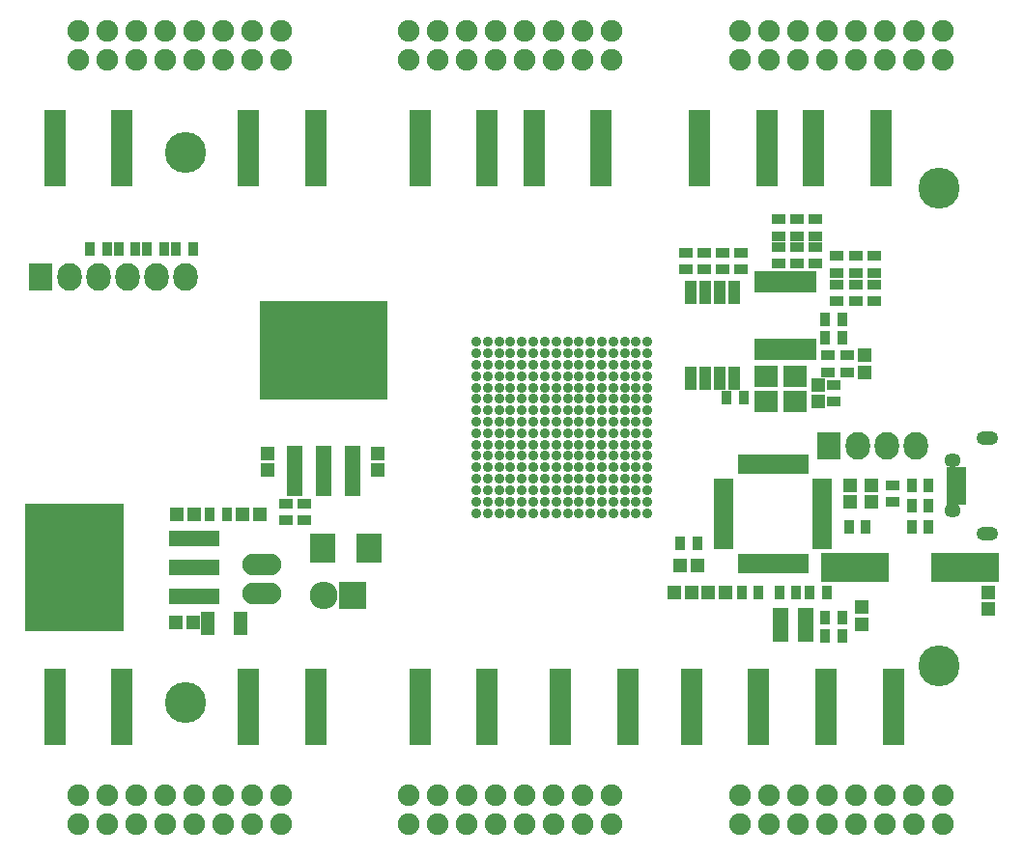
<source format=gbr>
G04 #@! TF.FileFunction,Soldermask,Top*
%FSLAX46Y46*%
G04 Gerber Fmt 4.6, Leading zero omitted, Abs format (unit mm)*
G04 Created by KiCad (PCBNEW (2014-11-27 BZR 5304)-product) date 2015 March 23, Monday 21:33:43*
%MOMM*%
G01*
G04 APERTURE LIST*
%ADD10C,0.100000*%
%ADD11R,1.300000X0.900000*%
%ADD12R,0.900000X1.300000*%
%ADD13R,1.850000X0.850000*%
%ADD14C,1.906220*%
%ADD15C,0.900380*%
%ADD16C,3.600000*%
%ADD17R,2.127200X2.432000*%
%ADD18O,2.127200X2.432000*%
%ADD19R,1.197560X1.197560*%
%ADD20R,1.000000X2.100000*%
%ADD21R,1.150000X1.200000*%
%ADD22R,1.200000X1.150000*%
%ADD23R,1.700000X0.650000*%
%ADD24R,0.650000X1.700000*%
%ADD25R,2.100000X1.900000*%
%ADD26R,6.000700X2.500580*%
%ADD27R,1.750000X0.800000*%
%ADD28O,1.450000X1.250000*%
%ADD29O,1.900000X1.200000*%
%ADD30R,2.432000X2.432000*%
%ADD31O,2.432000X2.432000*%
%ADD32O,3.414980X1.906220*%
%ADD33R,4.387800X1.441400*%
%ADD34R,8.705800X11.144200*%
%ADD35R,1.441400X4.387800*%
%ADD36R,11.144200X8.705800*%
%ADD37R,1.300000X2.100000*%
%ADD38R,2.178000X2.559000*%
%ADD39R,0.850000X1.900000*%
%ADD40R,1.460000X1.050000*%
G04 APERTURE END LIST*
D10*
D11*
X168225000Y-85345000D03*
X168225000Y-83845000D03*
X169825000Y-85345000D03*
X169825000Y-83845000D03*
X171425000Y-85345000D03*
X171425000Y-83845000D03*
X168225000Y-82945000D03*
X168225000Y-81445000D03*
X169825000Y-82945000D03*
X169825000Y-81445000D03*
X171425000Y-82945000D03*
X171425000Y-81445000D03*
X174225000Y-94845000D03*
X174225000Y-93345000D03*
X176625000Y-88645000D03*
X176625000Y-87145000D03*
D12*
X173775000Y-90195000D03*
X172275000Y-90195000D03*
X173775000Y-91795000D03*
X172275000Y-91795000D03*
D11*
X173325000Y-88645000D03*
X173325000Y-87145000D03*
X175025000Y-88645000D03*
X175025000Y-87145000D03*
X176625000Y-86145000D03*
X176625000Y-84645000D03*
X173325000Y-86145000D03*
X173325000Y-84645000D03*
X175025000Y-86145000D03*
X175025000Y-84645000D03*
X160125000Y-85845000D03*
X160125000Y-84345000D03*
X163325000Y-85845000D03*
X163325000Y-84345000D03*
X164925000Y-84345000D03*
X164925000Y-85845000D03*
X161725000Y-84345000D03*
X161725000Y-85845000D03*
D12*
X165175000Y-97095000D03*
X163675000Y-97095000D03*
X107875000Y-83995000D03*
X109375000Y-83995000D03*
X112875000Y-83995000D03*
X114375000Y-83995000D03*
X115375000Y-83995000D03*
X116875000Y-83995000D03*
X110375000Y-83995000D03*
X111875000Y-83995000D03*
D13*
X110675000Y-78120000D03*
X110675000Y-77470000D03*
X110675000Y-76820000D03*
X110675000Y-76170000D03*
X110675000Y-75520000D03*
X110675000Y-74870000D03*
X110675000Y-74220000D03*
X110675000Y-73570000D03*
X110675000Y-72920000D03*
X110675000Y-72270000D03*
X104775000Y-72270000D03*
X104775000Y-72920000D03*
X104775000Y-73570000D03*
X104775000Y-74220000D03*
X104775000Y-74870000D03*
X104775000Y-75520000D03*
X104775000Y-76170000D03*
X104775000Y-76820000D03*
X104775000Y-77470000D03*
X104775000Y-78120000D03*
X127675000Y-78120000D03*
X127675000Y-77470000D03*
X127675000Y-76820000D03*
X127675000Y-76170000D03*
X127675000Y-75520000D03*
X127675000Y-74870000D03*
X127675000Y-74220000D03*
X127675000Y-73570000D03*
X127675000Y-72920000D03*
X127675000Y-72270000D03*
X121775000Y-72270000D03*
X121775000Y-72920000D03*
X121775000Y-73570000D03*
X121775000Y-74220000D03*
X121775000Y-74870000D03*
X121775000Y-75520000D03*
X121775000Y-76170000D03*
X121775000Y-76820000D03*
X121775000Y-77470000D03*
X121775000Y-78120000D03*
D14*
X182615000Y-64925000D03*
X182615000Y-67465000D03*
X180075000Y-64925000D03*
X180075000Y-67465000D03*
X177535000Y-64925000D03*
X177535000Y-67465000D03*
X174995000Y-64925000D03*
X174995000Y-67465000D03*
X172455000Y-64925000D03*
X172455000Y-67465000D03*
X169915000Y-64925000D03*
X169915000Y-67465000D03*
X167375000Y-64925000D03*
X167375000Y-67465000D03*
X164835000Y-64925000D03*
X164835000Y-67465000D03*
X124615000Y-131925000D03*
X124615000Y-134465000D03*
X122075000Y-131925000D03*
X122075000Y-134465000D03*
X119535000Y-131925000D03*
X119535000Y-134465000D03*
X116995000Y-131925000D03*
X116995000Y-134465000D03*
X114455000Y-131925000D03*
X114455000Y-134465000D03*
X111915000Y-131925000D03*
X111915000Y-134465000D03*
X109375000Y-131925000D03*
X109375000Y-134465000D03*
X106835000Y-131925000D03*
X106835000Y-134465000D03*
X153615000Y-131925000D03*
X153615000Y-134465000D03*
X151075000Y-131925000D03*
X151075000Y-134465000D03*
X148535000Y-131925000D03*
X148535000Y-134465000D03*
X145995000Y-131925000D03*
X145995000Y-134465000D03*
X143455000Y-131925000D03*
X143455000Y-134465000D03*
X140915000Y-131925000D03*
X140915000Y-134465000D03*
X138375000Y-131925000D03*
X138375000Y-134465000D03*
X135835000Y-131925000D03*
X135835000Y-134465000D03*
X182615000Y-131925000D03*
X182615000Y-134465000D03*
X180075000Y-131925000D03*
X180075000Y-134465000D03*
X177535000Y-131925000D03*
X177535000Y-134465000D03*
X174995000Y-131925000D03*
X174995000Y-134465000D03*
X172455000Y-131925000D03*
X172455000Y-134465000D03*
X169915000Y-131925000D03*
X169915000Y-134465000D03*
X167375000Y-131925000D03*
X167375000Y-134465000D03*
X164835000Y-131925000D03*
X164835000Y-134465000D03*
D15*
X141724380Y-107195620D03*
X141724380Y-106194860D03*
X141724380Y-105194100D03*
X141724380Y-104195880D03*
X141724380Y-103195120D03*
X141724380Y-102194360D03*
X141724380Y-101196140D03*
X141724380Y-100195380D03*
X141724380Y-99194620D03*
X141724380Y-98193860D03*
X141724380Y-97195640D03*
X141724380Y-96194880D03*
X141724380Y-95194120D03*
X141724380Y-94195900D03*
X141724380Y-93195140D03*
X141724380Y-92194380D03*
X142725140Y-107195620D03*
X143725900Y-107195620D03*
X144724120Y-107195620D03*
X145724880Y-107195620D03*
X146725640Y-107195620D03*
X147723860Y-107195620D03*
X148724620Y-107195620D03*
X149725380Y-107195620D03*
X142725140Y-92194380D03*
X142725140Y-93195140D03*
X142725140Y-94195900D03*
X142725140Y-95194120D03*
X142725140Y-96194880D03*
X142725140Y-97195640D03*
X142725140Y-98193860D03*
X142725140Y-99194620D03*
X142725140Y-100195380D03*
X142725140Y-101196140D03*
X142725140Y-102194360D03*
X142725140Y-103195120D03*
X142725140Y-106194860D03*
X142725140Y-105194100D03*
X142725140Y-104195880D03*
X143725900Y-106194860D03*
X143725900Y-105194100D03*
X143725900Y-104195880D03*
X143725900Y-103195120D03*
X143725900Y-102194360D03*
X143725900Y-101196140D03*
X143725900Y-100195380D03*
X143725900Y-99194620D03*
X144724120Y-106194860D03*
X144724120Y-105194100D03*
X144724120Y-104195880D03*
X144724120Y-103195120D03*
X144724120Y-102194360D03*
X144724120Y-101196140D03*
X144724120Y-100195380D03*
X144724120Y-99194620D03*
X145724880Y-106194860D03*
X145724880Y-105194100D03*
X145724880Y-104195880D03*
X143725900Y-98193860D03*
X144724120Y-98193860D03*
X143725900Y-97195640D03*
X144724120Y-97195640D03*
X144724120Y-96194880D03*
X143725900Y-96194880D03*
X143725900Y-95194120D03*
X143725900Y-94195900D03*
X144724120Y-94195900D03*
X144724120Y-95194120D03*
X143725900Y-93195140D03*
X144724120Y-93195140D03*
X144724120Y-92194380D03*
X143725900Y-92194380D03*
X145724880Y-95194120D03*
X146725640Y-95194120D03*
X147723860Y-95194120D03*
X147723860Y-94195900D03*
X146725640Y-94195900D03*
X145724880Y-94195900D03*
X145724880Y-93195140D03*
X146725640Y-93195140D03*
X147723860Y-93195140D03*
X147723860Y-92194380D03*
X146725640Y-92194380D03*
X145724880Y-92194380D03*
X146725640Y-106194860D03*
X146725640Y-105194100D03*
X146725640Y-104195880D03*
X147723860Y-104195880D03*
X147723860Y-105194100D03*
X147723860Y-106194860D03*
X148724620Y-106194860D03*
X148724620Y-105194100D03*
X148724620Y-104195880D03*
X149725380Y-104195880D03*
X149725380Y-105194100D03*
X149725380Y-106194860D03*
X150726140Y-107195620D03*
X150726140Y-106194860D03*
X150726140Y-105194100D03*
X150726140Y-104195880D03*
X151724360Y-104195880D03*
X151724360Y-105194100D03*
X151724360Y-106194860D03*
X151724360Y-107195620D03*
X152725120Y-107195620D03*
X152725120Y-106194860D03*
X152725120Y-105194100D03*
X152725120Y-104195880D03*
X153725880Y-104195880D03*
X154724100Y-104195880D03*
X155724860Y-104195880D03*
X155724860Y-105194100D03*
X154724100Y-105194100D03*
X153725880Y-105194100D03*
X153725880Y-106194860D03*
X154724100Y-106194860D03*
X155724860Y-106194860D03*
X153725880Y-107195620D03*
X154724100Y-107195620D03*
X155724860Y-107195620D03*
X156725620Y-107195620D03*
X156725620Y-106194860D03*
X156725620Y-105194100D03*
X156725620Y-104195880D03*
X145724880Y-100195380D03*
X145724880Y-101196140D03*
X145724880Y-102194360D03*
X145724880Y-103195120D03*
X146725640Y-103195120D03*
X146725640Y-102194360D03*
X146725640Y-101196140D03*
X146725640Y-100195380D03*
X147723860Y-103195120D03*
X147723860Y-102194360D03*
X147723860Y-101196140D03*
X147723860Y-100195380D03*
X148724620Y-103195120D03*
X148724620Y-102194360D03*
X148724620Y-101196140D03*
X148724620Y-100195380D03*
X149725380Y-103195120D03*
X149725380Y-102194360D03*
X149725380Y-101196140D03*
X149725380Y-100195380D03*
X150726140Y-103195120D03*
X150726140Y-102194360D03*
X150726140Y-101196140D03*
X150726140Y-100195380D03*
X151724360Y-103195120D03*
X151724360Y-102194360D03*
X151724360Y-101196140D03*
X151724360Y-100195380D03*
X152725120Y-103195120D03*
X152725120Y-102194360D03*
X152725120Y-101196140D03*
X154724100Y-103195120D03*
X154724100Y-102194360D03*
X155724860Y-103195120D03*
X155724860Y-102194360D03*
X156725620Y-103195120D03*
X156725620Y-102194360D03*
X152725120Y-100195380D03*
X153725880Y-103195120D03*
X153725880Y-102194360D03*
X153725880Y-101196140D03*
X154724100Y-97195640D03*
X154724100Y-98193860D03*
X154724100Y-99194620D03*
X154724100Y-100195380D03*
X154724100Y-101196140D03*
X155724860Y-101196140D03*
X155724860Y-100195380D03*
X155724860Y-99194620D03*
X155724860Y-98193860D03*
X155724860Y-97195640D03*
X156725620Y-101196140D03*
X156725620Y-100195380D03*
X156725620Y-99194620D03*
X156725620Y-98193860D03*
X156725620Y-97195640D03*
X153725880Y-100195380D03*
X145724880Y-99194620D03*
X145724880Y-98193860D03*
X145724880Y-97195640D03*
X145724880Y-96194880D03*
X154724100Y-96194880D03*
X146725640Y-99194620D03*
X146725640Y-98193860D03*
X146725640Y-97195640D03*
X146725640Y-96194880D03*
X149725380Y-99194620D03*
X147723860Y-96194880D03*
X147723860Y-97195640D03*
X147723860Y-98193860D03*
X147723860Y-99194620D03*
X155724860Y-96194880D03*
X156725620Y-96194880D03*
X148724620Y-99194620D03*
X148724620Y-98193860D03*
X148724620Y-97195640D03*
X148724620Y-96194880D03*
X149725380Y-98193860D03*
X149725380Y-97195640D03*
X149725380Y-96194880D03*
X148724620Y-95194120D03*
X149725380Y-95194120D03*
X150726140Y-95194120D03*
X151724360Y-95194120D03*
X152725120Y-95194120D03*
X153725880Y-95194120D03*
X154724100Y-95194120D03*
X155724860Y-95194120D03*
X156725620Y-95194120D03*
X153725880Y-99194620D03*
X152725120Y-99194620D03*
X151724360Y-99194620D03*
X150726140Y-99194620D03*
X150726140Y-98193860D03*
X151724360Y-98193860D03*
X152725120Y-98193860D03*
X153725880Y-98193860D03*
X156725620Y-94195900D03*
X155724860Y-94195900D03*
X154724100Y-94195900D03*
X153725880Y-94195900D03*
X152725120Y-94195900D03*
X151724360Y-94195900D03*
X150726140Y-94195900D03*
X149725380Y-94195900D03*
X148724620Y-94195900D03*
X148724620Y-93195140D03*
X149725380Y-93195140D03*
X150726140Y-93195140D03*
X151724360Y-93195140D03*
X152725120Y-93195140D03*
X153725880Y-93195140D03*
X154724100Y-93195140D03*
X155724860Y-93195140D03*
X156725620Y-93195140D03*
X153725880Y-97195640D03*
X152725120Y-97195640D03*
X151724360Y-97195640D03*
X150726140Y-97195640D03*
X150726140Y-96194880D03*
X151724360Y-96194880D03*
X152725120Y-96194880D03*
X153725880Y-96194880D03*
X156725620Y-92194380D03*
X155724860Y-92194380D03*
X154724100Y-92194380D03*
X153725880Y-92194380D03*
X152725120Y-92194380D03*
X151724360Y-92194380D03*
X150726140Y-92194380D03*
X149725380Y-92194380D03*
X148724620Y-92194380D03*
D16*
X116205000Y-123825000D03*
X116205000Y-75565000D03*
X182245000Y-78740000D03*
X182245000Y-120650000D03*
D14*
X124615000Y-64925000D03*
X124615000Y-67465000D03*
X122075000Y-64925000D03*
X122075000Y-67465000D03*
X119535000Y-64925000D03*
X119535000Y-67465000D03*
X116995000Y-64925000D03*
X116995000Y-67465000D03*
X114455000Y-64925000D03*
X114455000Y-67465000D03*
X111915000Y-64925000D03*
X111915000Y-67465000D03*
X109375000Y-64925000D03*
X109375000Y-67465000D03*
X106835000Y-64925000D03*
X106835000Y-67465000D03*
X153615000Y-64925000D03*
X153615000Y-67465000D03*
X151075000Y-64925000D03*
X151075000Y-67465000D03*
X148535000Y-64925000D03*
X148535000Y-67465000D03*
X145995000Y-64925000D03*
X145995000Y-67465000D03*
X143455000Y-64925000D03*
X143455000Y-67465000D03*
X140915000Y-64925000D03*
X140915000Y-67465000D03*
X138375000Y-64925000D03*
X138375000Y-67465000D03*
X135835000Y-64925000D03*
X135835000Y-67465000D03*
D17*
X103505000Y-86487000D03*
D18*
X106045000Y-86487000D03*
X108585000Y-86487000D03*
X111125000Y-86487000D03*
X113665000Y-86487000D03*
X116205000Y-86487000D03*
D19*
X175725000Y-93345700D03*
X175725000Y-94844300D03*
D20*
X164330000Y-87845000D03*
X163060000Y-87845000D03*
X161790000Y-87845000D03*
X160520000Y-87845000D03*
X160520000Y-95345000D03*
X161790000Y-95345000D03*
X163060000Y-95345000D03*
X164330000Y-95345000D03*
D21*
X176325000Y-106245000D03*
X176325000Y-104745000D03*
X174525000Y-106245000D03*
X174525000Y-104745000D03*
D22*
X163575000Y-114195000D03*
X162075000Y-114195000D03*
X160575000Y-114195000D03*
X159075000Y-114195000D03*
D21*
X186625000Y-114145000D03*
X186625000Y-115645000D03*
X175525000Y-115445000D03*
X175525000Y-116945000D03*
D22*
X161075000Y-111795000D03*
X159575000Y-111795000D03*
D23*
X172075000Y-110045000D03*
X172075000Y-109545000D03*
X172075000Y-109045000D03*
X172075000Y-108545000D03*
X172075000Y-108045000D03*
X172075000Y-107545000D03*
X172075000Y-107045000D03*
X172075000Y-106545000D03*
X172075000Y-106045000D03*
X172075000Y-105545000D03*
X172075000Y-105045000D03*
X172075000Y-104545000D03*
D24*
X170475000Y-102945000D03*
X169975000Y-102945000D03*
X169475000Y-102945000D03*
X168975000Y-102945000D03*
X168475000Y-102945000D03*
X167975000Y-102945000D03*
X167475000Y-102945000D03*
X166975000Y-102945000D03*
X166475000Y-102945000D03*
X165975000Y-102945000D03*
X165475000Y-102945000D03*
X164975000Y-102945000D03*
D23*
X163375000Y-104545000D03*
X163375000Y-105045000D03*
X163375000Y-105545000D03*
X163375000Y-106045000D03*
X163375000Y-106545000D03*
X163375000Y-107045000D03*
X163375000Y-107545000D03*
X163375000Y-108045000D03*
X163375000Y-108545000D03*
X163375000Y-109045000D03*
X163375000Y-109545000D03*
X163375000Y-110045000D03*
D24*
X164975000Y-111645000D03*
X165475000Y-111645000D03*
X165975000Y-111645000D03*
X166475000Y-111645000D03*
X166975000Y-111645000D03*
X167475000Y-111645000D03*
X167975000Y-111645000D03*
X168475000Y-111645000D03*
X168975000Y-111645000D03*
X169475000Y-111645000D03*
X169975000Y-111645000D03*
X170475000Y-111645000D03*
D12*
X166475000Y-114195000D03*
X164975000Y-114195000D03*
X174375000Y-108395000D03*
X175875000Y-108395000D03*
X161075000Y-109895000D03*
X159575000Y-109895000D03*
X181375000Y-108395000D03*
X179875000Y-108395000D03*
X181375000Y-106595000D03*
X179875000Y-106595000D03*
X181375000Y-104795000D03*
X179875000Y-104795000D03*
X173775000Y-116395000D03*
X172275000Y-116395000D03*
X173775000Y-117995000D03*
X172275000Y-117995000D03*
X172475000Y-114195000D03*
X170975000Y-114195000D03*
X168275000Y-114195000D03*
X169775000Y-114195000D03*
D11*
X172525000Y-94845000D03*
X172525000Y-93345000D03*
D25*
X169695000Y-95195000D03*
X167155000Y-95195000D03*
X167155000Y-97395000D03*
X169695000Y-97395000D03*
D26*
X174876140Y-111995000D03*
X184573860Y-111995000D03*
D27*
X183800000Y-106095000D03*
X183800000Y-105445000D03*
X183800000Y-104795000D03*
X183800000Y-104145000D03*
X183800000Y-103495000D03*
D28*
X183475000Y-102570000D03*
X183475000Y-107020000D03*
D29*
X186475000Y-108970000D03*
X186475000Y-100620000D03*
D13*
X142675000Y-78120000D03*
X142675000Y-77470000D03*
X142675000Y-76820000D03*
X142675000Y-76170000D03*
X142675000Y-75520000D03*
X142675000Y-74870000D03*
X142675000Y-74220000D03*
X142675000Y-73570000D03*
X142675000Y-72920000D03*
X142675000Y-72270000D03*
X136775000Y-72270000D03*
X136775000Y-72920000D03*
X136775000Y-73570000D03*
X136775000Y-74220000D03*
X136775000Y-74870000D03*
X136775000Y-75520000D03*
X136775000Y-76170000D03*
X136775000Y-76820000D03*
X136775000Y-77470000D03*
X136775000Y-78120000D03*
X152675000Y-78120000D03*
X152675000Y-77470000D03*
X152675000Y-76820000D03*
X152675000Y-76170000D03*
X152675000Y-75520000D03*
X152675000Y-74870000D03*
X152675000Y-74220000D03*
X152675000Y-73570000D03*
X152675000Y-72920000D03*
X152675000Y-72270000D03*
X146775000Y-72270000D03*
X146775000Y-72920000D03*
X146775000Y-73570000D03*
X146775000Y-74220000D03*
X146775000Y-74870000D03*
X146775000Y-75520000D03*
X146775000Y-76170000D03*
X146775000Y-76820000D03*
X146775000Y-77470000D03*
X146775000Y-78120000D03*
X167175000Y-78120000D03*
X167175000Y-77470000D03*
X167175000Y-76820000D03*
X167175000Y-76170000D03*
X167175000Y-75520000D03*
X167175000Y-74870000D03*
X167175000Y-74220000D03*
X167175000Y-73570000D03*
X167175000Y-72920000D03*
X167175000Y-72270000D03*
X161275000Y-72270000D03*
X161275000Y-72920000D03*
X161275000Y-73570000D03*
X161275000Y-74220000D03*
X161275000Y-74870000D03*
X161275000Y-75520000D03*
X161275000Y-76170000D03*
X161275000Y-76820000D03*
X161275000Y-77470000D03*
X161275000Y-78120000D03*
X177175000Y-78120000D03*
X177175000Y-77470000D03*
X177175000Y-76820000D03*
X177175000Y-76170000D03*
X177175000Y-75520000D03*
X177175000Y-74870000D03*
X177175000Y-74220000D03*
X177175000Y-73570000D03*
X177175000Y-72920000D03*
X177175000Y-72270000D03*
X171275000Y-72270000D03*
X171275000Y-72920000D03*
X171275000Y-73570000D03*
X171275000Y-74220000D03*
X171275000Y-74870000D03*
X171275000Y-75520000D03*
X171275000Y-76170000D03*
X171275000Y-76820000D03*
X171275000Y-77470000D03*
X171275000Y-78120000D03*
X104775000Y-121270000D03*
X104775000Y-121920000D03*
X104775000Y-122570000D03*
X104775000Y-123220000D03*
X104775000Y-123870000D03*
X104775000Y-124520000D03*
X104775000Y-125170000D03*
X104775000Y-125820000D03*
X104775000Y-126470000D03*
X104775000Y-127120000D03*
X110675000Y-127120000D03*
X110675000Y-126470000D03*
X110675000Y-125820000D03*
X110675000Y-125170000D03*
X110675000Y-124520000D03*
X110675000Y-123870000D03*
X110675000Y-123220000D03*
X110675000Y-122570000D03*
X110675000Y-121920000D03*
X110675000Y-121270000D03*
X121775000Y-121270000D03*
X121775000Y-121920000D03*
X121775000Y-122570000D03*
X121775000Y-123220000D03*
X121775000Y-123870000D03*
X121775000Y-124520000D03*
X121775000Y-125170000D03*
X121775000Y-125820000D03*
X121775000Y-126470000D03*
X121775000Y-127120000D03*
X127675000Y-127120000D03*
X127675000Y-126470000D03*
X127675000Y-125820000D03*
X127675000Y-125170000D03*
X127675000Y-124520000D03*
X127675000Y-123870000D03*
X127675000Y-123220000D03*
X127675000Y-122570000D03*
X127675000Y-121920000D03*
X127675000Y-121270000D03*
X136775000Y-121270000D03*
X136775000Y-121920000D03*
X136775000Y-122570000D03*
X136775000Y-123220000D03*
X136775000Y-123870000D03*
X136775000Y-124520000D03*
X136775000Y-125170000D03*
X136775000Y-125820000D03*
X136775000Y-126470000D03*
X136775000Y-127120000D03*
X142675000Y-127120000D03*
X142675000Y-126470000D03*
X142675000Y-125820000D03*
X142675000Y-125170000D03*
X142675000Y-124520000D03*
X142675000Y-123870000D03*
X142675000Y-123220000D03*
X142675000Y-122570000D03*
X142675000Y-121920000D03*
X142675000Y-121270000D03*
X149075000Y-121270000D03*
X149075000Y-121920000D03*
X149075000Y-122570000D03*
X149075000Y-123220000D03*
X149075000Y-123870000D03*
X149075000Y-124520000D03*
X149075000Y-125170000D03*
X149075000Y-125820000D03*
X149075000Y-126470000D03*
X149075000Y-127120000D03*
X154975000Y-127120000D03*
X154975000Y-126470000D03*
X154975000Y-125820000D03*
X154975000Y-125170000D03*
X154975000Y-124520000D03*
X154975000Y-123870000D03*
X154975000Y-123220000D03*
X154975000Y-122570000D03*
X154975000Y-121920000D03*
X154975000Y-121270000D03*
X160575000Y-121270000D03*
X160575000Y-121920000D03*
X160575000Y-122570000D03*
X160575000Y-123220000D03*
X160575000Y-123870000D03*
X160575000Y-124520000D03*
X160575000Y-125170000D03*
X160575000Y-125820000D03*
X160575000Y-126470000D03*
X160575000Y-127120000D03*
X166475000Y-127120000D03*
X166475000Y-126470000D03*
X166475000Y-125820000D03*
X166475000Y-125170000D03*
X166475000Y-124520000D03*
X166475000Y-123870000D03*
X166475000Y-123220000D03*
X166475000Y-122570000D03*
X166475000Y-121920000D03*
X166475000Y-121270000D03*
X172375000Y-121270000D03*
X172375000Y-121920000D03*
X172375000Y-122570000D03*
X172375000Y-123220000D03*
X172375000Y-123870000D03*
X172375000Y-124520000D03*
X172375000Y-125170000D03*
X172375000Y-125820000D03*
X172375000Y-126470000D03*
X172375000Y-127120000D03*
X178275000Y-127120000D03*
X178275000Y-126470000D03*
X178275000Y-125820000D03*
X178275000Y-125170000D03*
X178275000Y-124520000D03*
X178275000Y-123870000D03*
X178275000Y-123220000D03*
X178275000Y-122570000D03*
X178275000Y-121920000D03*
X178275000Y-121270000D03*
D11*
X178225000Y-106245000D03*
X178225000Y-104745000D03*
D22*
X116875000Y-116795000D03*
X115375000Y-116795000D03*
X116975000Y-107295000D03*
X115475000Y-107295000D03*
D21*
X123425000Y-103445000D03*
X123425000Y-101945000D03*
X133125000Y-103445000D03*
X133125000Y-101945000D03*
D19*
X121275700Y-107295000D03*
X122774300Y-107295000D03*
D30*
X130925000Y-114395000D03*
D31*
X128385000Y-114395000D03*
D17*
X172625000Y-101295000D03*
D18*
X175165000Y-101295000D03*
X177705000Y-101295000D03*
X180245000Y-101295000D03*
D32*
X122925000Y-114265000D03*
X122925000Y-111725000D03*
D11*
X125025000Y-106345000D03*
X125025000Y-107845000D03*
X126625000Y-106345000D03*
X126625000Y-107845000D03*
D12*
X119875000Y-107295000D03*
X118375000Y-107295000D03*
D33*
X117025800Y-109455000D03*
X117025800Y-111995000D03*
X117025800Y-114535000D03*
D34*
X106472100Y-111995000D03*
D35*
X130865000Y-103495800D03*
X128325000Y-103495800D03*
X125785000Y-103495800D03*
D36*
X128325000Y-92942100D03*
D37*
X121075000Y-116895000D03*
X118175000Y-116895000D03*
D38*
X132357000Y-110295000D03*
X128293000Y-110295000D03*
D21*
X171725000Y-97445000D03*
X171725000Y-95945000D03*
D11*
X173025000Y-97445000D03*
X173025000Y-95945000D03*
D39*
X171100000Y-86945000D03*
X170450000Y-86945000D03*
X169800000Y-86945000D03*
X169150000Y-86945000D03*
X168500000Y-86945000D03*
X167850000Y-86945000D03*
X167200000Y-86945000D03*
X166550000Y-86945000D03*
X166550000Y-92845000D03*
X167200000Y-92845000D03*
X167850000Y-92845000D03*
X168500000Y-92845000D03*
X169150000Y-92845000D03*
X169800000Y-92845000D03*
X170450000Y-92845000D03*
X171100000Y-92845000D03*
D40*
X168425000Y-116045000D03*
X168425000Y-116995000D03*
X168425000Y-117945000D03*
X170625000Y-117945000D03*
X170625000Y-116045000D03*
X170625000Y-116995000D03*
M02*

</source>
